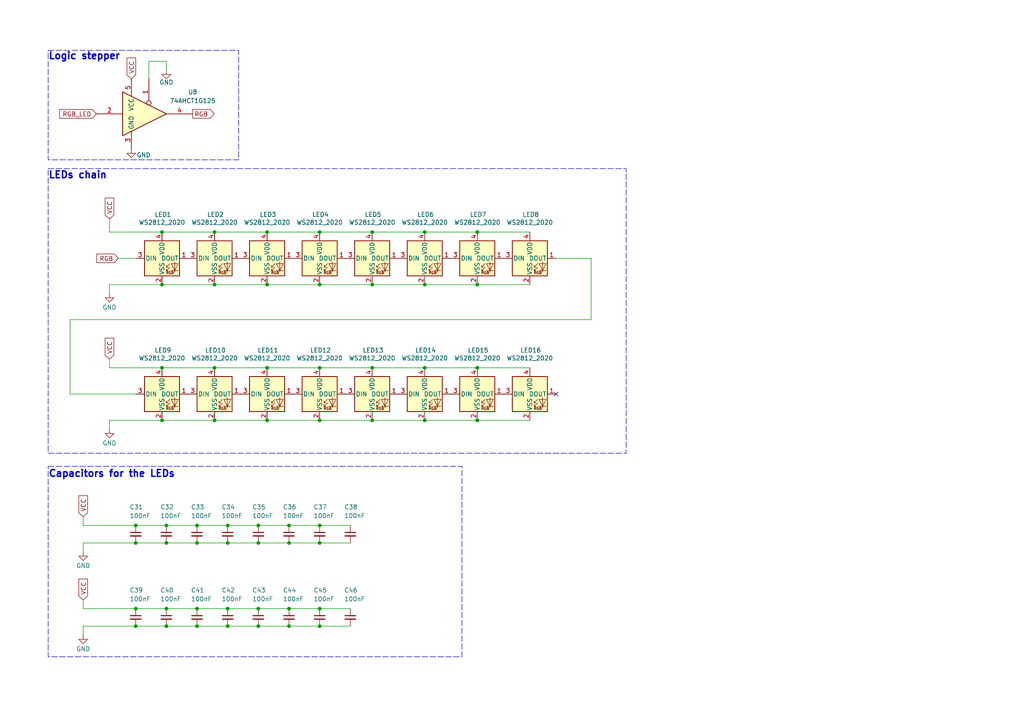
<source format=kicad_sch>
(kicad_sch (version 20231120) (generator "eeschema") (generator_version "8.0")
  (paper "A4")
  (lib_symbols
    (symbol "74xGxx:74AHCT1G125"
      (property "Reference" "U" (at -2.54 3.81 0))
      (property "Value" "74AHCT1G125" (at 0 -3.81 0))
      (symbol "74AHCT1G125_0_1"
        (polyline (pts (xy -7.62 6.35) (xy -7.62 -6.35) (xy 5.08 0) (xy -7.62 6.35)) (stroke (width 0.254)) (fill (type background)))
      )
      (symbol "74AHCT1G125_1_1"
        (pin input inverted (at 0 10.16 270) (length 7.62) (name "~") (number "1"))
        (pin input line (at -15.24 0 0) (length 7.62) (name "~") (number "2"))
        (pin power_in line (at -5.08 -10.16 90) (length 5.08) (name "GND") (number "3"))
        (pin tri_state line (at 12.7 0 180) (length 7.62) (name "~") (number "4"))
        (pin power_in line (at -5.08 10.16 270) (length 5.08) (name "VCC") (number "5"))
      )
    )
    (symbol "Device:C_Small" (pin_numbers hide) (pin_names (offset 0.254) hide)
      (property "Reference" "C" (at 0.254 1.778 0))
      (property "Value" "C_Small" (at 0.254 -2.032 0))
      (symbol "C_Small_0_1"
        (polyline (pts (xy -1.524 -0.508) (xy 1.524 -0.508)) (stroke (width 0.3302)))
        (polyline (pts (xy -1.524 0.508) (xy 1.524 0.508)) (stroke (width 0.3048)))
      )
      (symbol "C_Small_1_1"
        (pin passive line (at 0 2.54 270) (length 2.032) (name "~") (number "1"))
        (pin passive line (at 0 -2.54 90) (length 2.032) (name "~") (number "2"))
      )
    )
    (symbol "PCM_marbastlib-various:WS2812_2020" (pin_names (offset 0.254))
      (property "Reference" "LED" (at 5.08 5.715 0))
      (property "Value" "WS2812_2020" (at 1.27 -5.715 0))
      (symbol "WS2812_2020_0_0"
        (text "RGB" (at 2.286 -4.191 0) (effects (font (size 0.762 0.762))))
      )
      (symbol "WS2812_2020_0_1"
        (polyline (pts (xy 1.27 -3.556) (xy 1.778 -3.556)))
        (polyline (pts (xy 1.27 -2.54) (xy 1.778 -2.54)))
        (polyline (pts (xy 4.699 -3.556) (xy 2.667 -3.556)))
        (polyline (pts (xy 2.286 -2.54) (xy 1.27 -3.556) (xy 1.27 -3.048)))
        (polyline (pts (xy 2.286 -1.524) (xy 1.27 -2.54) (xy 1.27 -2.032)))
        (polyline (pts (xy 3.683 -1.016) (xy 3.683 -3.556) (xy 3.683 -4.064)))
        (polyline (pts (xy 4.699 -1.524) (xy 2.667 -1.524) (xy 3.683 -3.556) (xy 4.699 -1.524)))
        (rectangle (start 5.08 5.08) (end -5.08 -5.08) (stroke (width 0.254)) (fill (type background)))
      )
      (symbol "WS2812_2020_1_1"
        (pin output line (at 7.62 0 180) (length 2.54) (name "DOUT") (number "1"))
        (pin power_in line (at 0 -7.62 90) (length 2.54) (name "VSS") (number "2"))
        (pin input line (at -7.62 0 0) (length 2.54) (name "DIN") (number "3"))
        (pin power_in line (at 0 7.62 270) (length 2.54) (name "VDD") (number "4"))
      )
    )
    (symbol "power:GND" (power) (pin_names (offset 0))
      (property "Value" "GND" (at 0 -3.81 0))
      (symbol "GND_0_1"
        (polyline (pts (xy 0 0) (xy 0 -1.27) (xy 1.27 -1.27) (xy 0 -2.54) (xy -1.27 -1.27) (xy 0 -1.27)))
      )
      (symbol "GND_1_1"
        (pin power_in line (at 0 0 270) (length 0) hide (name "GND") (number "1"))
      )
    )
  )
  (junction (at 48.26 152.4))
  (junction (at 57.15 181.61))
  (junction (at 39.37 152.4))
  (junction (at 66.04 157.48))
  (junction (at 74.93 152.4))
  (junction (at 123.19 82.55))
  (junction (at 46.99 67.31))
  (junction (at 138.43 106.68))
  (junction (at 107.95 106.68))
  (junction (at 48.26 181.61))
  (junction (at 138.43 121.92))
  (junction (at 62.23 106.68))
  (junction (at 83.82 176.53))
  (junction (at 39.37 157.48))
  (junction (at 107.95 121.92))
  (junction (at 39.37 181.61))
  (junction (at 92.71 157.48))
  (junction (at 74.93 157.48))
  (junction (at 48.26 176.53))
  (junction (at 123.19 121.92))
  (junction (at 83.82 181.61))
  (junction (at 46.99 121.92))
  (junction (at 57.15 152.4))
  (junction (at 77.47 67.31))
  (junction (at 66.04 152.4))
  (junction (at 123.19 106.68))
  (junction (at 57.15 176.53))
  (junction (at 66.04 176.53))
  (junction (at 138.43 67.31))
  (junction (at 92.71 67.31))
  (junction (at 74.93 181.61))
  (junction (at 66.04 181.61))
  (junction (at 46.99 106.68))
  (junction (at 92.71 181.61))
  (junction (at 92.71 106.68))
  (junction (at 83.82 157.48))
  (junction (at 92.71 152.4))
  (junction (at 123.19 67.31))
  (junction (at 57.15 157.48))
  (junction (at 62.23 82.55))
  (junction (at 92.71 176.53))
  (junction (at 74.93 176.53))
  (junction (at 77.47 82.55))
  (junction (at 62.23 67.31))
  (junction (at 107.95 82.55))
  (junction (at 77.47 121.92))
  (junction (at 62.23 121.92))
  (junction (at 92.71 82.55))
  (junction (at 48.26 157.48))
  (junction (at 46.99 82.55))
  (junction (at 92.71 121.92))
  (junction (at 77.47 106.68))
  (junction (at 107.95 67.31))
  (junction (at 138.43 82.55))
  (junction (at 83.82 152.4))
  (junction (at 39.37 176.53))
  (no_connect (at 161.29 114.3))
  (wire (pts (xy 24.13 173.99) (xy 24.13 176.53)))
  (wire (pts (xy 123.19 121.92) (xy 138.43 121.92)))
  (wire (pts (xy 43.18 22.86) (xy 43.18 17.78)))
  (wire (pts (xy 107.95 121.92) (xy 123.19 121.92)))
  (wire (pts (xy 138.43 121.92) (xy 153.67 121.92)))
  (wire (pts (xy 123.19 82.55) (xy 138.43 82.55)))
  (wire (pts (xy 57.15 152.4) (xy 66.04 152.4)))
  (wire (pts (xy 92.71 67.31) (xy 107.95 67.31)))
  (wire (pts (xy 138.43 67.31) (xy 153.67 67.31)))
  (wire (pts (xy 24.13 176.53) (xy 39.37 176.53)))
  (wire (pts (xy 48.26 157.48) (xy 57.15 157.48)))
  (wire (pts (xy 62.23 82.55) (xy 77.47 82.55)))
  (wire (pts (xy 62.23 121.92) (xy 77.47 121.92)))
  (wire (pts (xy 31.75 82.55) (xy 46.99 82.55)))
  (wire (pts (xy 48.26 17.78) (xy 48.26 20.32)))
  (wire (pts (xy 138.43 106.68) (xy 153.67 106.68)))
  (wire (pts (xy 92.71 181.61) (xy 101.6 181.61)))
  (wire (pts (xy 31.75 67.31) (xy 46.99 67.31)))
  (wire (pts (xy 123.19 67.31) (xy 138.43 67.31)))
  (wire (pts (xy 77.47 106.68) (xy 92.71 106.68)))
  (wire (pts (xy 83.82 176.53) (xy 92.71 176.53)))
  (wire (pts (xy 31.75 121.92) (xy 46.99 121.92)))
  (wire (pts (xy 31.75 124.46) (xy 31.75 121.92)))
  (wire (pts (xy 83.82 181.61) (xy 92.71 181.61)))
  (wire (pts (xy 171.45 92.71) (xy 20.32 92.71)))
  (wire (pts (xy 123.19 106.68) (xy 138.43 106.68)))
  (wire (pts (xy 39.37 176.53) (xy 48.26 176.53)))
  (wire (pts (xy 31.75 63.5) (xy 31.75 67.31)))
  (wire (pts (xy 24.13 152.4) (xy 39.37 152.4)))
  (wire (pts (xy 31.75 104.14) (xy 31.75 106.68)))
  (wire (pts (xy 46.99 82.55) (xy 62.23 82.55)))
  (wire (pts (xy 24.13 181.61) (xy 39.37 181.61)))
  (wire (pts (xy 74.93 152.4) (xy 83.82 152.4)))
  (wire (pts (xy 83.82 152.4) (xy 92.71 152.4)))
  (wire (pts (xy 77.47 82.55) (xy 92.71 82.55)))
  (wire (pts (xy 46.99 67.31) (xy 62.23 67.31)))
  (wire (pts (xy 24.13 160.02) (xy 24.13 157.48)))
  (wire (pts (xy 31.75 85.09) (xy 31.75 82.55)))
  (wire (pts (xy 66.04 181.61) (xy 74.93 181.61)))
  (wire (pts (xy 39.37 181.61) (xy 48.26 181.61)))
  (wire (pts (xy 92.71 176.53) (xy 101.6 176.53)))
  (wire (pts (xy 20.32 114.3) (xy 39.37 114.3)))
  (wire (pts (xy 20.32 92.71) (xy 20.32 114.3)))
  (wire (pts (xy 48.26 181.61) (xy 57.15 181.61)))
  (wire (pts (xy 92.71 106.68) (xy 107.95 106.68)))
  (wire (pts (xy 24.13 149.86) (xy 24.13 152.4)))
  (wire (pts (xy 138.43 82.55) (xy 153.67 82.55)))
  (wire (pts (xy 92.71 157.48) (xy 101.6 157.48)))
  (wire (pts (xy 57.15 181.61) (xy 66.04 181.61)))
  (wire (pts (xy 171.45 74.93) (xy 171.45 92.71)))
  (wire (pts (xy 46.99 106.68) (xy 62.23 106.68)))
  (wire (pts (xy 24.13 184.15) (xy 24.13 181.61)))
  (wire (pts (xy 107.95 67.31) (xy 123.19 67.31)))
  (wire (pts (xy 66.04 157.48) (xy 74.93 157.48)))
  (wire (pts (xy 92.71 121.92) (xy 107.95 121.92)))
  (wire (pts (xy 24.13 157.48) (xy 39.37 157.48)))
  (wire (pts (xy 83.82 157.48) (xy 92.71 157.48)))
  (wire (pts (xy 74.93 176.53) (xy 83.82 176.53)))
  (wire (pts (xy 34.29 74.93) (xy 39.37 74.93)))
  (wire (pts (xy 66.04 152.4) (xy 74.93 152.4)))
  (wire (pts (xy 62.23 106.68) (xy 77.47 106.68)))
  (wire (pts (xy 107.95 82.55) (xy 123.19 82.55)))
  (wire (pts (xy 46.99 121.92) (xy 62.23 121.92)))
  (wire (pts (xy 48.26 176.53) (xy 57.15 176.53)))
  (wire (pts (xy 74.93 157.48) (xy 83.82 157.48)))
  (wire (pts (xy 31.75 106.68) (xy 46.99 106.68)))
  (wire (pts (xy 39.37 152.4) (xy 48.26 152.4)))
  (wire (pts (xy 39.37 157.48) (xy 48.26 157.48)))
  (wire (pts (xy 48.26 152.4) (xy 57.15 152.4)))
  (wire (pts (xy 57.15 157.48) (xy 66.04 157.48)))
  (wire (pts (xy 77.47 121.92) (xy 92.71 121.92)))
  (wire (pts (xy 66.04 176.53) (xy 74.93 176.53)))
  (wire (pts (xy 43.18 17.78) (xy 48.26 17.78)))
  (wire (pts (xy 92.71 152.4) (xy 101.6 152.4)))
  (wire (pts (xy 77.47 67.31) (xy 92.71 67.31)))
  (wire (pts (xy 74.93 181.61) (xy 83.82 181.61)))
  (wire (pts (xy 92.71 82.55) (xy 107.95 82.55)))
  (wire (pts (xy 57.15 176.53) (xy 66.04 176.53)))
  (wire (pts (xy 62.23 67.31) (xy 77.47 67.31)))
  (wire (pts (xy 161.29 74.93) (xy 171.45 74.93)))
  (wire (pts (xy 107.95 106.68) (xy 123.19 106.68)))
  (rectangle (start 13.97 135.255) (end 133.985 190.5) (stroke (width 0) (type dash)))
  (rectangle (start 13.97 48.895) (end 181.61 131.445) (stroke (width 0) (type dash)))
  (rectangle (start 13.97 14.605) (end 69.215 46.355) (stroke (width 0) (type dash)))
  (text "LEDs chain" (at 13.97 52.07 0) (effects (font (size 2 2) (thickness 0.4) (bold yes)) (justify left bottom)))
  (text "Logic stepper" (at 13.97 17.526 0) (effects (font (size 2 2) (thickness 0.4) (bold yes)) (justify left bottom)))
  (text "Capacitors for the LEDs" (at 13.97 138.684 0) (effects (font (size 2 2) (thickness 0.4) (bold yes)) (justify left bottom)))
  (global_label "RGB_LED" (shape input) (at 27.94 33.02 180) (property "Intersheetrefs" "${INTERSHEET_REFS}" (effects (hide yes))))
  (global_label "RGB" (shape output) (at 55.88 33.02 0) (property "Intersheetrefs" "${INTERSHEET_REFS}" (effects (hide yes))))
  (global_label "VCC" (shape input) (at 24.13 149.86 90) (property "Intersheetrefs" "${INTERSHEET_REFS}" (effects (hide yes))))
  (global_label "RGB" (shape input) (at 34.29 74.93 180) (property "Intersheetrefs" "${INTERSHEET_REFS}" (effects (hide yes))))
  (global_label "VCC" (shape input) (at 38.1 22.86 90) (property "Intersheetrefs" "${INTERSHEET_REFS}" (effects (hide yes))))
  (global_label "VCC" (shape input) (at 24.13 173.99 90) (property "Intersheetrefs" "${INTERSHEET_REFS}" (effects (hide yes))))
  (global_label "VCC" (shape input) (at 31.75 63.5 90) (property "Intersheetrefs" "${INTERSHEET_REFS}" (effects (hide yes))))
  (global_label "VCC" (shape input) (at 31.75 104.14 90) (property "Intersheetrefs" "${INTERSHEET_REFS}" (effects (hide yes))))
  (symbol (lib_id "PCM_marbastlib-various:WS2812_2020") (at 138.43 114.3 0) (unit 1)
    (property "Reference" "LED15" (at 138.684 101.6 0))
    (property "Value" "WS2812_2020" (at 138.43 103.886 0))
    (property "Footprint" "PCM_marbastlib-various:LED_WS2812_2020" (effects (hide yes)))
    (property "Datasheet" "https://www.world-semi.com/DownLoadFile/139" (effects (hide yes)))
    (property "Description" "2020 SMD adressable RGB LED with integrated controller" (effects (hide yes)))
  )
  (symbol (lib_id "PCM_marbastlib-various:WS2812_2020") (at 92.71 74.93 0) (unit 1)
    (property "Reference" "LED4" (at 92.964 62.23 0))
    (property "Value" "WS2812_2020" (at 92.71 64.516 0))
    (property "Footprint" "PCM_marbastlib-various:LED_WS2812_2020" (effects (hide yes)))
    (property "Datasheet" "https://www.world-semi.com/DownLoadFile/139" (effects (hide yes)))
    (property "Description" "2020 SMD adressable RGB LED with integrated controller" (effects (hide yes)))
  )
  (symbol (lib_id "PCM_marbastlib-various:WS2812_2020") (at 46.99 114.3 0) (unit 1)
    (property "Reference" "LED9" (at 47.244 101.6 0))
    (property "Value" "WS2812_2020" (at 46.99 103.886 0))
    (property "Footprint" "PCM_marbastlib-various:LED_WS2812_2020" (effects (hide yes)))
    (property "Datasheet" "https://www.world-semi.com/DownLoadFile/139" (effects (hide yes)))
    (property "Description" "2020 SMD adressable RGB LED with integrated controller" (effects (hide yes)))
  )
  (symbol (lib_id "Device:C_Small") (at 39.37 154.94 0) (unit 1)
    (property "Reference" "C31" (at 37.592 147.066 0) (effects (justify left)))
    (property "Value" "100nF" (at 37.592 149.606 0) (effects (justify left)))
    (property "Footprint" "Capacitor_SMD:C_0603_1608Metric" (effects (hide yes)))
    (property "Description" "Unpolarized capacitor, small symbol" (effects (hide yes)))
  )
  (symbol (lib_id "PCM_marbastlib-various:WS2812_2020") (at 107.95 74.93 0) (unit 1)
    (property "Reference" "LED5" (at 108.204 62.23 0))
    (property "Value" "WS2812_2020" (at 107.95 64.516 0))
    (property "Footprint" "PCM_marbastlib-various:LED_WS2812_2020" (effects (hide yes)))
    (property "Datasheet" "https://www.world-semi.com/DownLoadFile/139" (effects (hide yes)))
    (property "Description" "2020 SMD adressable RGB LED with integrated controller" (effects (hide yes)))
  )
  (symbol (lib_id "PCM_marbastlib-various:WS2812_2020") (at 62.23 114.3 0) (unit 1)
    (property "Reference" "LED10" (at 62.484 101.6 0))
    (property "Value" "WS2812_2020" (at 62.23 103.886 0))
    (property "Footprint" "PCM_marbastlib-various:LED_WS2812_2020" (effects (hide yes)))
    (property "Datasheet" "https://www.world-semi.com/DownLoadFile/139" (effects (hide yes)))
    (property "Description" "2020 SMD adressable RGB LED with integrated controller" (effects (hide yes)))
  )
  (symbol (lib_id "Device:C_Small") (at 57.15 179.07 0) (unit 1)
    (property "Reference" "C41" (at 55.372 171.196 0) (effects (justify left)))
    (property "Value" "100nF" (at 55.372 173.736 0) (effects (justify left)))
    (property "Footprint" "Capacitor_SMD:C_0603_1608Metric" (effects (hide yes)))
    (property "Description" "Unpolarized capacitor, small symbol" (effects (hide yes)))
  )
  (symbol (lib_id "power:GND") (at 24.13 184.15 0) (unit 1)
    (property "Reference" "#PWR038" (effects (hide yes)))
    (property "Value" "GND" (at 24.13 188.214 0))
    (property "Description" "Power symbol creates a global label with name \"GND\" , ground" (effects (hide yes)))
  )
  (symbol (lib_id "PCM_marbastlib-various:WS2812_2020") (at 92.71 114.3 0) (unit 1)
    (property "Reference" "LED12" (at 92.964 101.6 0))
    (property "Value" "WS2812_2020" (at 92.71 103.886 0))
    (property "Footprint" "PCM_marbastlib-various:LED_WS2812_2020" (effects (hide yes)))
    (property "Datasheet" "https://www.world-semi.com/DownLoadFile/139" (effects (hide yes)))
    (property "Description" "2020 SMD adressable RGB LED with integrated controller" (effects (hide yes)))
  )
  (symbol (lib_id "Device:C_Small") (at 92.71 154.94 0) (unit 1)
    (property "Reference" "C37" (at 90.932 147.066 0) (effects (justify left)))
    (property "Value" "100nF" (at 90.932 149.606 0) (effects (justify left)))
    (property "Footprint" "Capacitor_SMD:C_0603_1608Metric" (effects (hide yes)))
    (property "Description" "Unpolarized capacitor, small symbol" (effects (hide yes)))
  )
  (symbol (lib_id "PCM_marbastlib-various:WS2812_2020") (at 153.67 74.93 0) (unit 1)
    (property "Reference" "LED8" (at 153.924 62.23 0))
    (property "Value" "WS2812_2020" (at 153.67 64.516 0))
    (property "Footprint" "PCM_marbastlib-various:LED_WS2812_2020" (effects (hide yes)))
    (property "Datasheet" "https://www.world-semi.com/DownLoadFile/139" (effects (hide yes)))
    (property "Description" "2020 SMD adressable RGB LED with integrated controller" (effects (hide yes)))
  )
  (symbol (lib_id "PCM_marbastlib-various:WS2812_2020") (at 123.19 74.93 0) (unit 1)
    (property "Reference" "LED6" (at 123.444 62.23 0))
    (property "Value" "WS2812_2020" (at 123.19 64.516 0))
    (property "Footprint" "PCM_marbastlib-various:LED_WS2812_2020" (effects (hide yes)))
    (property "Datasheet" "https://www.world-semi.com/DownLoadFile/139" (effects (hide yes)))
    (property "Description" "2020 SMD adressable RGB LED with integrated controller" (effects (hide yes)))
  )
  (symbol (lib_id "Device:C_Small") (at 39.37 179.07 0) (unit 1)
    (property "Reference" "C39" (at 37.592 171.196 0) (effects (justify left)))
    (property "Value" "100nF" (at 37.592 173.736 0) (effects (justify left)))
    (property "Footprint" "Capacitor_SMD:C_0603_1608Metric" (effects (hide yes)))
    (property "Description" "Unpolarized capacitor, small symbol" (effects (hide yes)))
  )
  (symbol (lib_id "Device:C_Small") (at 57.15 154.94 0) (unit 1)
    (property "Reference" "C33" (at 55.372 147.066 0) (effects (justify left)))
    (property "Value" "100nF" (at 55.372 149.606 0) (effects (justify left)))
    (property "Footprint" "Capacitor_SMD:C_0603_1608Metric" (effects (hide yes)))
    (property "Description" "Unpolarized capacitor, small symbol" (effects (hide yes)))
  )
  (symbol (lib_id "Device:C_Small") (at 101.6 179.07 0) (unit 1)
    (property "Reference" "C46" (at 99.822 171.196 0) (effects (justify left)))
    (property "Value" "100nF" (at 99.822 173.736 0) (effects (justify left)))
    (property "Footprint" "Capacitor_SMD:C_0603_1608Metric" (effects (hide yes)))
    (property "Description" "Unpolarized capacitor, small symbol" (effects (hide yes)))
  )
  (symbol (lib_id "Device:C_Small") (at 92.71 179.07 0) (unit 1)
    (property "Reference" "C45" (at 90.932 171.196 0) (effects (justify left)))
    (property "Value" "100nF" (at 90.932 173.736 0) (effects (justify left)))
    (property "Footprint" "Capacitor_SMD:C_0603_1608Metric" (effects (hide yes)))
    (property "Description" "Unpolarized capacitor, small symbol" (effects (hide yes)))
  )
  (symbol (lib_id "PCM_marbastlib-various:WS2812_2020") (at 107.95 114.3 0) (unit 1)
    (property "Reference" "LED13" (at 108.204 101.6 0))
    (property "Value" "WS2812_2020" (at 107.95 103.886 0))
    (property "Footprint" "PCM_marbastlib-various:LED_WS2812_2020" (effects (hide yes)))
    (property "Datasheet" "https://www.world-semi.com/DownLoadFile/139" (effects (hide yes)))
    (property "Description" "2020 SMD adressable RGB LED with integrated controller" (effects (hide yes)))
  )
  (symbol (lib_id "Device:C_Small") (at 48.26 179.07 0) (unit 1)
    (property "Reference" "C40" (at 46.482 171.196 0) (effects (justify left)))
    (property "Value" "100nF" (at 46.482 173.736 0) (effects (justify left)))
    (property "Footprint" "Capacitor_SMD:C_0603_1608Metric" (effects (hide yes)))
    (property "Description" "Unpolarized capacitor, small symbol" (effects (hide yes)))
  )
  (symbol (lib_id "power:GND") (at 38.1 43.18 0) (unit 1)
    (property "Reference" "#PWR039" (effects (hide yes)))
    (property "Value" "GND" (at 41.656 44.958 0))
    (property "Description" "Power symbol creates a global label with name \"GND\" , ground" (effects (hide yes)))
  )
  (symbol (lib_id "PCM_marbastlib-various:WS2812_2020") (at 46.99 74.93 0) (unit 1)
    (property "Reference" "LED1" (at 47.244 62.23 0))
    (property "Value" "WS2812_2020" (at 46.99 64.516 0))
    (property "Footprint" "PCM_marbastlib-various:LED_WS2812_2020" (effects (hide yes)))
    (property "Datasheet" "https://www.world-semi.com/DownLoadFile/139" (effects (hide yes)))
    (property "Description" "2020 SMD adressable RGB LED with integrated controller" (effects (hide yes)))
  )
  (symbol (lib_id "Device:C_Small") (at 48.26 154.94 0) (unit 1)
    (property "Reference" "C32" (at 46.482 147.066 0) (effects (justify left)))
    (property "Value" "100nF" (at 46.482 149.606 0) (effects (justify left)))
    (property "Footprint" "Capacitor_SMD:C_0603_1608Metric" (effects (hide yes)))
    (property "Description" "Unpolarized capacitor, small symbol" (effects (hide yes)))
  )
  (symbol (lib_id "Device:C_Small") (at 66.04 154.94 0) (unit 1)
    (property "Reference" "C34" (at 64.262 147.066 0) (effects (justify left)))
    (property "Value" "100nF" (at 64.262 149.606 0) (effects (justify left)))
    (property "Footprint" "Capacitor_SMD:C_0603_1608Metric" (effects (hide yes)))
    (property "Description" "Unpolarized capacitor, small symbol" (effects (hide yes)))
  )
  (symbol (lib_id "Device:C_Small") (at 74.93 179.07 0) (unit 1)
    (property "Reference" "C43" (at 73.152 171.196 0) (effects (justify left)))
    (property "Value" "100nF" (at 73.152 173.736 0) (effects (justify left)))
    (property "Footprint" "Capacitor_SMD:C_0603_1608Metric" (effects (hide yes)))
    (property "Description" "Unpolarized capacitor, small symbol" (effects (hide yes)))
  )
  (symbol (lib_id "PCM_marbastlib-various:WS2812_2020") (at 123.19 114.3 0) (unit 1)
    (property "Reference" "LED14" (at 123.444 101.6 0))
    (property "Value" "WS2812_2020" (at 123.19 103.886 0))
    (property "Footprint" "PCM_marbastlib-various:LED_WS2812_2020" (effects (hide yes)))
    (property "Datasheet" "https://www.world-semi.com/DownLoadFile/139" (effects (hide yes)))
    (property "Description" "2020 SMD adressable RGB LED with integrated controller" (effects (hide yes)))
  )
  (symbol (lib_id "power:GND") (at 24.13 160.02 0) (unit 1)
    (property "Reference" "#PWR037" (effects (hide yes)))
    (property "Value" "GND" (at 24.13 164.084 0))
    (property "Description" "Power symbol creates a global label with name \"GND\" , ground" (effects (hide yes)))
  )
  (symbol (lib_id "74xGxx:74AHCT1G125") (at 43.18 33.02 0) (unit 1)
    (property "Reference" "U8" (at 55.88 26.7014 0))
    (property "Value" "74AHCT1G125" (at 55.88 29.2414 0))
    (property "Footprint" "Package_TO_SOT_SMD:SOT-23-5" (effects (hide yes)))
    (property "Datasheet" "http://www.ti.com/lit/sg/scyt129e/scyt129e.pdf" (effects (hide yes)))
    (property "Description" "Single Buffer Gate Tri-State, Low-Voltage CMOS" (effects (hide yes)))
  )
  (symbol (lib_id "Device:C_Small") (at 66.04 179.07 0) (unit 1)
    (property "Reference" "C42" (at 64.262 171.196 0) (effects (justify left)))
    (property "Value" "100nF" (at 64.262 173.736 0) (effects (justify left)))
    (property "Footprint" "Capacitor_SMD:C_0603_1608Metric" (effects (hide yes)))
    (property "Description" "Unpolarized capacitor, small symbol" (effects (hide yes)))
  )
  (symbol (lib_id "PCM_marbastlib-various:WS2812_2020") (at 62.23 74.93 0) (unit 1)
    (property "Reference" "LED2" (at 62.484 62.23 0))
    (property "Value" "WS2812_2020" (at 62.23 64.516 0))
    (property "Footprint" "PCM_marbastlib-various:LED_WS2812_2020" (effects (hide yes)))
    (property "Datasheet" "https://www.world-semi.com/DownLoadFile/139" (effects (hide yes)))
    (property "Description" "2020 SMD adressable RGB LED with integrated controller" (effects (hide yes)))
  )
  (symbol (lib_id "Device:C_Small") (at 101.6 154.94 0) (unit 1)
    (property "Reference" "C38" (at 99.822 147.066 0) (effects (justify left)))
    (property "Value" "100nF" (at 99.822 149.606 0) (effects (justify left)))
    (property "Footprint" "Capacitor_SMD:C_0603_1608Metric" (effects (hide yes)))
    (property "Description" "Unpolarized capacitor, small symbol" (effects (hide yes)))
  )
  (symbol (lib_id "PCM_marbastlib-various:WS2812_2020") (at 153.67 114.3 0) (unit 1)
    (property "Reference" "LED16" (at 153.924 101.6 0))
    (property "Value" "WS2812_2020" (at 153.67 103.886 0))
    (property "Footprint" "PCM_marbastlib-various:LED_WS2812_2020" (effects (hide yes)))
    (property "Datasheet" "https://www.world-semi.com/DownLoadFile/139" (effects (hide yes)))
    (property "Description" "2020 SMD adressable RGB LED with integrated controller" (effects (hide yes)))
  )
  (symbol (lib_id "power:GND") (at 48.26 20.32 0) (unit 1)
    (property "Reference" "#PWR032" (effects (hide yes)))
    (property "Value" "GND" (at 48.26 23.876 0))
    (property "Description" "Power symbol creates a global label with name \"GND\" , ground" (effects (hide yes)))
  )
  (symbol (lib_id "PCM_marbastlib-various:WS2812_2020") (at 138.43 74.93 0) (unit 1)
    (property "Reference" "LED7" (at 138.684 62.23 0))
    (property "Value" "WS2812_2020" (at 138.43 64.516 0))
    (property "Footprint" "PCM_marbastlib-various:LED_WS2812_2020" (effects (hide yes)))
    (property "Datasheet" "https://www.world-semi.com/DownLoadFile/139" (effects (hide yes)))
    (property "Description" "2020 SMD adressable RGB LED with integrated controller" (effects (hide yes)))
  )
  (symbol (lib_id "Device:C_Small") (at 74.93 154.94 0) (unit 1)
    (property "Reference" "C35" (at 73.152 147.066 0) (effects (justify left)))
    (property "Value" "100nF" (at 73.152 149.606 0) (effects (justify left)))
    (property "Footprint" "Capacitor_SMD:C_0603_1608Metric" (effects (hide yes)))
    (property "Description" "Unpolarized capacitor, small symbol" (effects (hide yes)))
  )
  (symbol (lib_id "Device:C_Small") (at 83.82 179.07 0) (unit 1)
    (property "Reference" "C44" (at 82.042 171.196 0) (effects (justify left)))
    (property "Value" "100nF" (at 82.042 173.736 0) (effects (justify left)))
    (property "Footprint" "Capacitor_SMD:C_0603_1608Metric" (effects (hide yes)))
    (property "Description" "Unpolarized capacitor, small symbol" (effects (hide yes)))
  )
  (symbol (lib_id "PCM_marbastlib-various:WS2812_2020") (at 77.47 114.3 0) (unit 1)
    (property "Reference" "LED11" (at 77.724 101.6 0))
    (property "Value" "WS2812_2020" (at 77.47 103.886 0))
    (property "Footprint" "PCM_marbastlib-various:LED_WS2812_2020" (effects (hide yes)))
    (property "Datasheet" "https://www.world-semi.com/DownLoadFile/139" (effects (hide yes)))
    (property "Description" "2020 SMD adressable RGB LED with integrated controller" (effects (hide yes)))
  )
  (symbol (lib_id "power:GND") (at 31.75 85.09 0) (unit 1)
    (property "Reference" "#PWR035" (effects (hide yes)))
    (property "Value" "GND" (at 31.75 89.154 0))
    (property "Description" "Power symbol creates a global label with name \"GND\" , ground" (effects (hide yes)))
  )
  (symbol (lib_id "PCM_marbastlib-various:WS2812_2020") (at 77.47 74.93 0) (unit 1)
    (property "Reference" "LED3" (at 77.724 62.23 0))
    (property "Value" "WS2812_2020" (at 77.47 64.516 0))
    (property "Footprint" "PCM_marbastlib-various:LED_WS2812_2020" (effects (hide yes)))
    (property "Datasheet" "https://www.world-semi.com/DownLoadFile/139" (effects (hide yes)))
    (property "Description" "2020 SMD adressable RGB LED with integrated controller" (effects (hide yes)))
  )
  (symbol (lib_id "power:GND") (at 31.75 124.46 0) (unit 1)
    (property "Reference" "#PWR036" (effects (hide yes)))
    (property "Value" "GND" (at 31.75 128.524 0))
    (property "Description" "Power symbol creates a global label with name \"GND\" , ground" (effects (hide yes)))
  )
  (symbol (lib_id "Device:C_Small") (at 83.82 154.94 0) (unit 1)
    (property "Reference" "C36" (at 82.042 147.066 0) (effects (justify left)))
    (property "Value" "100nF" (at 82.042 149.606 0) (effects (justify left)))
    (property "Footprint" "Capacitor_SMD:C_0603_1608Metric" (effects (hide yes)))
    (property "Description" "Unpolarized capacitor, small symbol" (effects (hide yes)))
  )
)
</source>
